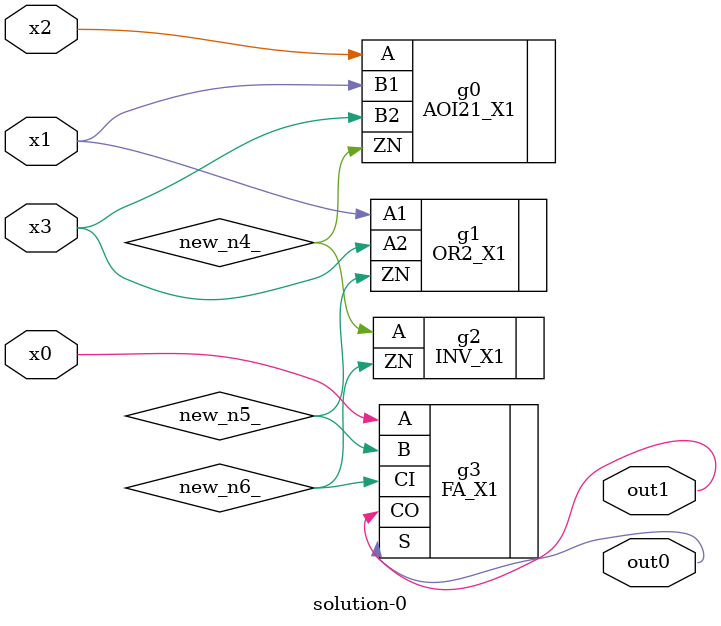
<source format=v>
module \solution-0 (
  x0, x1, x2, x3,
  out0, out1 );
  input x0, x1, x2, x3;
  output out0, out1;
  wire new_n4_, new_n5_, new_n6_;
  AOI21_X1  g0(.A(x2), .B1(x1), .B2(x3), .ZN(new_n4_));
  OR2_X1  g1(.A1(x1), .A2(x3), .ZN(new_n5_));
  INV_X1  g2(.A(new_n4_), .ZN(new_n6_));
  FA_X1  g3(.A(x0), .B(new_n5_), .CI(new_n6_), .CO(out1), .S(out0));
endmodule

</source>
